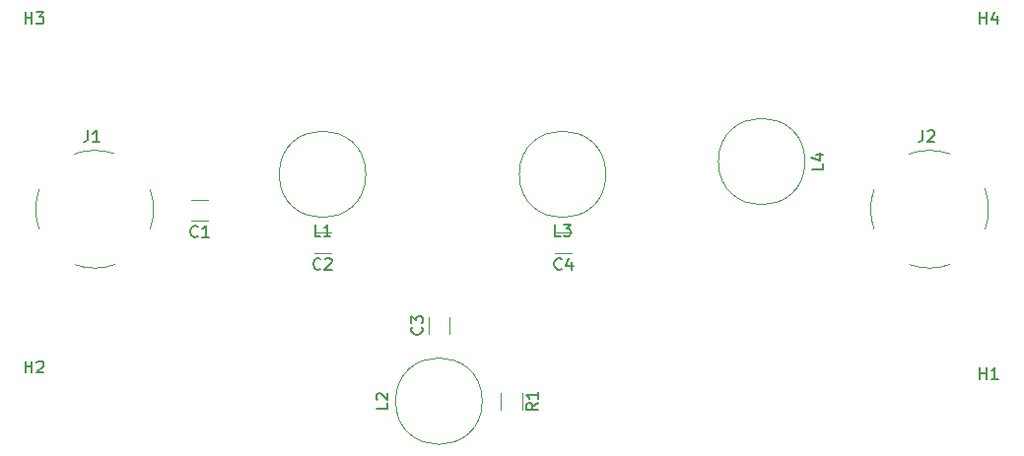
<source format=gbr>
%TF.GenerationSoftware,KiCad,Pcbnew,(5.1.9)-1*%
%TF.CreationDate,2021-06-05T18:29:07-04:00*%
%TF.ProjectId,SMD_Filter,534d445f-4669-46c7-9465-722e6b696361,rev?*%
%TF.SameCoordinates,Original*%
%TF.FileFunction,Legend,Top*%
%TF.FilePolarity,Positive*%
%FSLAX46Y46*%
G04 Gerber Fmt 4.6, Leading zero omitted, Abs format (unit mm)*
G04 Created by KiCad (PCBNEW (5.1.9)-1) date 2021-06-05 18:29:07*
%MOMM*%
%LPD*%
G01*
G04 APERTURE LIST*
%ADD10C,0.120000*%
%ADD11C,0.150000*%
G04 APERTURE END LIST*
D10*
%TO.C,R1*%
X145910000Y-101872936D02*
X145910000Y-103327064D01*
X144090000Y-101872936D02*
X144090000Y-103327064D01*
%TO.C,L4*%
X170220000Y-82000000D02*
G75*
G03*
X170220000Y-82000000I-3720000J0D01*
G01*
%TO.C,L3*%
X153120000Y-83100000D02*
G75*
G03*
X153120000Y-83100000I-3720000J0D01*
G01*
%TO.C,L2*%
X142495000Y-102600000D02*
G75*
G03*
X142495000Y-102600000I-3720000J0D01*
G01*
%TO.C,L1*%
X132495000Y-83100000D02*
G75*
G03*
X132495000Y-83100000I-3720000J0D01*
G01*
%TO.C,J2*%
X182637663Y-81336411D02*
G75*
G03*
X179175000Y-81350000I-1712663J-4763589D01*
G01*
X185688589Y-87812663D02*
G75*
G03*
X185675000Y-84350000I-4763589J1712663D01*
G01*
X179212337Y-90863589D02*
G75*
G03*
X182675000Y-90850000I1712663J4763589D01*
G01*
X176161411Y-84387337D02*
G75*
G03*
X176175000Y-87850000I4763589J-1712663D01*
G01*
%TO.C,J1*%
X110912663Y-81336411D02*
G75*
G03*
X107450000Y-81350000I-1712663J-4763589D01*
G01*
X113963589Y-87812663D02*
G75*
G03*
X113950000Y-84350000I-4763589J1712663D01*
G01*
X107487337Y-90863589D02*
G75*
G03*
X110950000Y-90850000I1712663J4763589D01*
G01*
X104436411Y-84387337D02*
G75*
G03*
X104450000Y-87850000I4763589J-1712663D01*
G01*
%TO.C,C4*%
X150186252Y-89910000D02*
X148763748Y-89910000D01*
X150186252Y-88090000D02*
X148763748Y-88090000D01*
%TO.C,C3*%
X137865000Y-96786252D02*
X137865000Y-95363748D01*
X139685000Y-96786252D02*
X139685000Y-95363748D01*
%TO.C,C2*%
X129486252Y-89910000D02*
X128063748Y-89910000D01*
X129486252Y-88090000D02*
X128063748Y-88090000D01*
%TO.C,C1*%
X118936252Y-87110000D02*
X117513748Y-87110000D01*
X118936252Y-85290000D02*
X117513748Y-85290000D01*
%TO.C,H4*%
D11*
X185238095Y-70152380D02*
X185238095Y-69152380D01*
X185238095Y-69628571D02*
X185809523Y-69628571D01*
X185809523Y-70152380D02*
X185809523Y-69152380D01*
X186714285Y-69485714D02*
X186714285Y-70152380D01*
X186476190Y-69104761D02*
X186238095Y-69819047D01*
X186857142Y-69819047D01*
%TO.C,H3*%
X103238095Y-70152380D02*
X103238095Y-69152380D01*
X103238095Y-69628571D02*
X103809523Y-69628571D01*
X103809523Y-70152380D02*
X103809523Y-69152380D01*
X104190476Y-69152380D02*
X104809523Y-69152380D01*
X104476190Y-69533333D01*
X104619047Y-69533333D01*
X104714285Y-69580952D01*
X104761904Y-69628571D01*
X104809523Y-69723809D01*
X104809523Y-69961904D01*
X104761904Y-70057142D01*
X104714285Y-70104761D01*
X104619047Y-70152380D01*
X104333333Y-70152380D01*
X104238095Y-70104761D01*
X104190476Y-70057142D01*
%TO.C,H2*%
X103238095Y-100152380D02*
X103238095Y-99152380D01*
X103238095Y-99628571D02*
X103809523Y-99628571D01*
X103809523Y-100152380D02*
X103809523Y-99152380D01*
X104238095Y-99247619D02*
X104285714Y-99200000D01*
X104380952Y-99152380D01*
X104619047Y-99152380D01*
X104714285Y-99200000D01*
X104761904Y-99247619D01*
X104809523Y-99342857D01*
X104809523Y-99438095D01*
X104761904Y-99580952D01*
X104190476Y-100152380D01*
X104809523Y-100152380D01*
%TO.C,H1*%
X185238095Y-100702380D02*
X185238095Y-99702380D01*
X185238095Y-100178571D02*
X185809523Y-100178571D01*
X185809523Y-100702380D02*
X185809523Y-99702380D01*
X186809523Y-100702380D02*
X186238095Y-100702380D01*
X186523809Y-100702380D02*
X186523809Y-99702380D01*
X186428571Y-99845238D01*
X186333333Y-99940476D01*
X186238095Y-99988095D01*
%TO.C,R1*%
X147272380Y-102766666D02*
X146796190Y-103100000D01*
X147272380Y-103338095D02*
X146272380Y-103338095D01*
X146272380Y-102957142D01*
X146320000Y-102861904D01*
X146367619Y-102814285D01*
X146462857Y-102766666D01*
X146605714Y-102766666D01*
X146700952Y-102814285D01*
X146748571Y-102861904D01*
X146796190Y-102957142D01*
X146796190Y-103338095D01*
X147272380Y-101814285D02*
X147272380Y-102385714D01*
X147272380Y-102100000D02*
X146272380Y-102100000D01*
X146415238Y-102195238D01*
X146510476Y-102290476D01*
X146558095Y-102385714D01*
%TO.C,L4*%
X171802380Y-82166666D02*
X171802380Y-82642857D01*
X170802380Y-82642857D01*
X171135714Y-81404761D02*
X171802380Y-81404761D01*
X170754761Y-81642857D02*
X171469047Y-81880952D01*
X171469047Y-81261904D01*
%TO.C,L3*%
X149233333Y-88402380D02*
X148757142Y-88402380D01*
X148757142Y-87402380D01*
X149471428Y-87402380D02*
X150090476Y-87402380D01*
X149757142Y-87783333D01*
X149900000Y-87783333D01*
X149995238Y-87830952D01*
X150042857Y-87878571D01*
X150090476Y-87973809D01*
X150090476Y-88211904D01*
X150042857Y-88307142D01*
X149995238Y-88354761D01*
X149900000Y-88402380D01*
X149614285Y-88402380D01*
X149519047Y-88354761D01*
X149471428Y-88307142D01*
%TO.C,L2*%
X134377380Y-102766666D02*
X134377380Y-103242857D01*
X133377380Y-103242857D01*
X133472619Y-102480952D02*
X133425000Y-102433333D01*
X133377380Y-102338095D01*
X133377380Y-102100000D01*
X133425000Y-102004761D01*
X133472619Y-101957142D01*
X133567857Y-101909523D01*
X133663095Y-101909523D01*
X133805952Y-101957142D01*
X134377380Y-102528571D01*
X134377380Y-101909523D01*
%TO.C,L1*%
X128608333Y-88402380D02*
X128132142Y-88402380D01*
X128132142Y-87402380D01*
X129465476Y-88402380D02*
X128894047Y-88402380D01*
X129179761Y-88402380D02*
X129179761Y-87402380D01*
X129084523Y-87545238D01*
X128989285Y-87640476D01*
X128894047Y-87688095D01*
%TO.C,J2*%
X180341666Y-79302380D02*
X180341666Y-80016666D01*
X180294047Y-80159523D01*
X180198809Y-80254761D01*
X180055952Y-80302380D01*
X179960714Y-80302380D01*
X180770238Y-79397619D02*
X180817857Y-79350000D01*
X180913095Y-79302380D01*
X181151190Y-79302380D01*
X181246428Y-79350000D01*
X181294047Y-79397619D01*
X181341666Y-79492857D01*
X181341666Y-79588095D01*
X181294047Y-79730952D01*
X180722619Y-80302380D01*
X181341666Y-80302380D01*
%TO.C,J1*%
X108616666Y-79302380D02*
X108616666Y-80016666D01*
X108569047Y-80159523D01*
X108473809Y-80254761D01*
X108330952Y-80302380D01*
X108235714Y-80302380D01*
X109616666Y-80302380D02*
X109045238Y-80302380D01*
X109330952Y-80302380D02*
X109330952Y-79302380D01*
X109235714Y-79445238D01*
X109140476Y-79540476D01*
X109045238Y-79588095D01*
%TO.C,C4*%
X149308333Y-91207142D02*
X149260714Y-91254761D01*
X149117857Y-91302380D01*
X149022619Y-91302380D01*
X148879761Y-91254761D01*
X148784523Y-91159523D01*
X148736904Y-91064285D01*
X148689285Y-90873809D01*
X148689285Y-90730952D01*
X148736904Y-90540476D01*
X148784523Y-90445238D01*
X148879761Y-90350000D01*
X149022619Y-90302380D01*
X149117857Y-90302380D01*
X149260714Y-90350000D01*
X149308333Y-90397619D01*
X150165476Y-90635714D02*
X150165476Y-91302380D01*
X149927380Y-90254761D02*
X149689285Y-90969047D01*
X150308333Y-90969047D01*
%TO.C,C3*%
X137282142Y-96241666D02*
X137329761Y-96289285D01*
X137377380Y-96432142D01*
X137377380Y-96527380D01*
X137329761Y-96670238D01*
X137234523Y-96765476D01*
X137139285Y-96813095D01*
X136948809Y-96860714D01*
X136805952Y-96860714D01*
X136615476Y-96813095D01*
X136520238Y-96765476D01*
X136425000Y-96670238D01*
X136377380Y-96527380D01*
X136377380Y-96432142D01*
X136425000Y-96289285D01*
X136472619Y-96241666D01*
X136377380Y-95908333D02*
X136377380Y-95289285D01*
X136758333Y-95622619D01*
X136758333Y-95479761D01*
X136805952Y-95384523D01*
X136853571Y-95336904D01*
X136948809Y-95289285D01*
X137186904Y-95289285D01*
X137282142Y-95336904D01*
X137329761Y-95384523D01*
X137377380Y-95479761D01*
X137377380Y-95765476D01*
X137329761Y-95860714D01*
X137282142Y-95908333D01*
%TO.C,C2*%
X128608333Y-91207142D02*
X128560714Y-91254761D01*
X128417857Y-91302380D01*
X128322619Y-91302380D01*
X128179761Y-91254761D01*
X128084523Y-91159523D01*
X128036904Y-91064285D01*
X127989285Y-90873809D01*
X127989285Y-90730952D01*
X128036904Y-90540476D01*
X128084523Y-90445238D01*
X128179761Y-90350000D01*
X128322619Y-90302380D01*
X128417857Y-90302380D01*
X128560714Y-90350000D01*
X128608333Y-90397619D01*
X128989285Y-90397619D02*
X129036904Y-90350000D01*
X129132142Y-90302380D01*
X129370238Y-90302380D01*
X129465476Y-90350000D01*
X129513095Y-90397619D01*
X129560714Y-90492857D01*
X129560714Y-90588095D01*
X129513095Y-90730952D01*
X128941666Y-91302380D01*
X129560714Y-91302380D01*
%TO.C,C1*%
X118058333Y-88407142D02*
X118010714Y-88454761D01*
X117867857Y-88502380D01*
X117772619Y-88502380D01*
X117629761Y-88454761D01*
X117534523Y-88359523D01*
X117486904Y-88264285D01*
X117439285Y-88073809D01*
X117439285Y-87930952D01*
X117486904Y-87740476D01*
X117534523Y-87645238D01*
X117629761Y-87550000D01*
X117772619Y-87502380D01*
X117867857Y-87502380D01*
X118010714Y-87550000D01*
X118058333Y-87597619D01*
X119010714Y-88502380D02*
X118439285Y-88502380D01*
X118725000Y-88502380D02*
X118725000Y-87502380D01*
X118629761Y-87645238D01*
X118534523Y-87740476D01*
X118439285Y-87788095D01*
%TD*%
M02*

</source>
